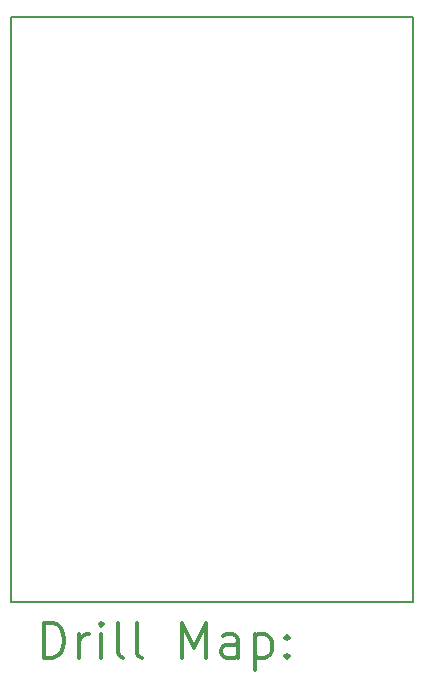
<source format=gbr>
%FSLAX45Y45*%
G04 Gerber Fmt 4.5, Leading zero omitted, Abs format (unit mm)*
G04 Created by KiCad (PCBNEW (5.1.0)-1) date 2019-05-30 14:50:00*
%MOMM*%
%LPD*%
G04 APERTURE LIST*
%ADD10C,0.150000*%
%ADD11C,0.200000*%
%ADD12C,0.300000*%
G04 APERTURE END LIST*
D10*
X13148300Y-12976360D02*
X16551920Y-12976360D01*
X16551920Y-12976360D02*
X16551920Y-8024360D01*
X16551920Y-8024360D02*
X13148300Y-8024360D01*
X13148300Y-8024360D02*
X13148300Y-12976360D01*
D11*
D12*
X13427228Y-13449574D02*
X13427228Y-13149574D01*
X13498657Y-13149574D01*
X13541514Y-13163860D01*
X13570086Y-13192431D01*
X13584371Y-13221003D01*
X13598657Y-13278146D01*
X13598657Y-13321003D01*
X13584371Y-13378146D01*
X13570086Y-13406717D01*
X13541514Y-13435289D01*
X13498657Y-13449574D01*
X13427228Y-13449574D01*
X13727228Y-13449574D02*
X13727228Y-13249574D01*
X13727228Y-13306717D02*
X13741514Y-13278146D01*
X13755800Y-13263860D01*
X13784371Y-13249574D01*
X13812943Y-13249574D01*
X13912943Y-13449574D02*
X13912943Y-13249574D01*
X13912943Y-13149574D02*
X13898657Y-13163860D01*
X13912943Y-13178146D01*
X13927228Y-13163860D01*
X13912943Y-13149574D01*
X13912943Y-13178146D01*
X14098657Y-13449574D02*
X14070086Y-13435289D01*
X14055800Y-13406717D01*
X14055800Y-13149574D01*
X14255800Y-13449574D02*
X14227228Y-13435289D01*
X14212943Y-13406717D01*
X14212943Y-13149574D01*
X14598657Y-13449574D02*
X14598657Y-13149574D01*
X14698657Y-13363860D01*
X14798657Y-13149574D01*
X14798657Y-13449574D01*
X15070086Y-13449574D02*
X15070086Y-13292431D01*
X15055800Y-13263860D01*
X15027228Y-13249574D01*
X14970086Y-13249574D01*
X14941514Y-13263860D01*
X15070086Y-13435289D02*
X15041514Y-13449574D01*
X14970086Y-13449574D01*
X14941514Y-13435289D01*
X14927228Y-13406717D01*
X14927228Y-13378146D01*
X14941514Y-13349574D01*
X14970086Y-13335289D01*
X15041514Y-13335289D01*
X15070086Y-13321003D01*
X15212943Y-13249574D02*
X15212943Y-13549574D01*
X15212943Y-13263860D02*
X15241514Y-13249574D01*
X15298657Y-13249574D01*
X15327228Y-13263860D01*
X15341514Y-13278146D01*
X15355800Y-13306717D01*
X15355800Y-13392431D01*
X15341514Y-13421003D01*
X15327228Y-13435289D01*
X15298657Y-13449574D01*
X15241514Y-13449574D01*
X15212943Y-13435289D01*
X15484371Y-13421003D02*
X15498657Y-13435289D01*
X15484371Y-13449574D01*
X15470086Y-13435289D01*
X15484371Y-13421003D01*
X15484371Y-13449574D01*
X15484371Y-13263860D02*
X15498657Y-13278146D01*
X15484371Y-13292431D01*
X15470086Y-13278146D01*
X15484371Y-13263860D01*
X15484371Y-13292431D01*
M02*

</source>
